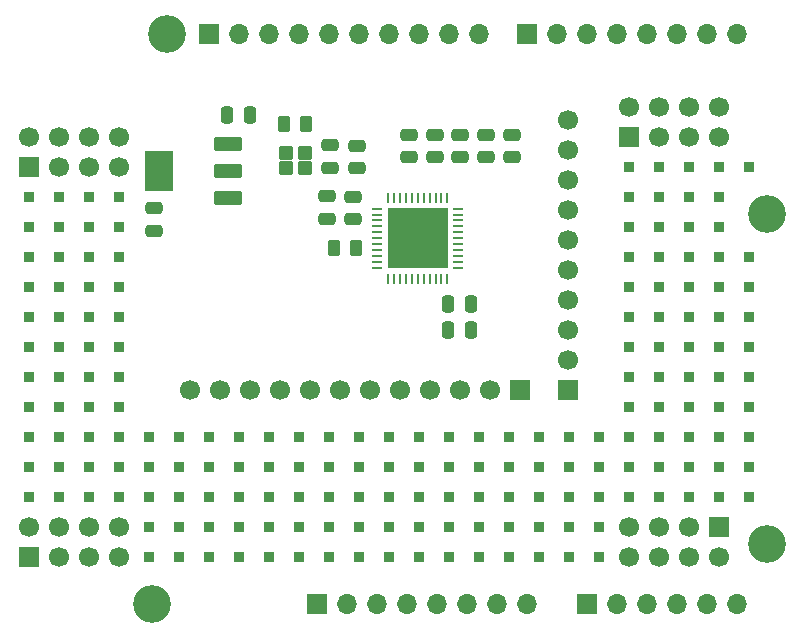
<source format=gbr>
%TF.GenerationSoftware,KiCad,Pcbnew,9.0.4*%
%TF.CreationDate,2025-10-19T02:38:57-06:00*%
%TF.ProjectId,2025_UNO_FPAA_PROTO_A_v1,32303235-5f55-44e4-9f5f-465041415f50,rev?*%
%TF.SameCoordinates,Original*%
%TF.FileFunction,Soldermask,Top*%
%TF.FilePolarity,Negative*%
%FSLAX46Y46*%
G04 Gerber Fmt 4.6, Leading zero omitted, Abs format (unit mm)*
G04 Created by KiCad (PCBNEW 9.0.4) date 2025-10-19 02:38:57*
%MOMM*%
%LPD*%
G01*
G04 APERTURE LIST*
G04 Aperture macros list*
%AMRoundRect*
0 Rectangle with rounded corners*
0 $1 Rounding radius*
0 $2 $3 $4 $5 $6 $7 $8 $9 X,Y pos of 4 corners*
0 Add a 4 corners polygon primitive as box body*
4,1,4,$2,$3,$4,$5,$6,$7,$8,$9,$2,$3,0*
0 Add four circle primitives for the rounded corners*
1,1,$1+$1,$2,$3*
1,1,$1+$1,$4,$5*
1,1,$1+$1,$6,$7*
1,1,$1+$1,$8,$9*
0 Add four rect primitives between the rounded corners*
20,1,$1+$1,$2,$3,$4,$5,0*
20,1,$1+$1,$4,$5,$6,$7,0*
20,1,$1+$1,$6,$7,$8,$9,0*
20,1,$1+$1,$8,$9,$2,$3,0*%
G04 Aperture macros list end*
%ADD10R,1.700000X1.700000*%
%ADD11O,1.700000X1.700000*%
%ADD12R,0.850000X0.850000*%
%ADD13RoundRect,0.250000X0.475000X-0.250000X0.475000X0.250000X-0.475000X0.250000X-0.475000X-0.250000X0*%
%ADD14C,1.700000*%
%ADD15RoundRect,0.250000X-0.250000X-0.475000X0.250000X-0.475000X0.250000X0.475000X-0.250000X0.475000X0*%
%ADD16RoundRect,0.102000X-0.500000X0.450000X-0.500000X-0.450000X0.500000X-0.450000X0.500000X0.450000X0*%
%ADD17RoundRect,0.062500X0.062500X-0.375000X0.062500X0.375000X-0.062500X0.375000X-0.062500X-0.375000X0*%
%ADD18RoundRect,0.062500X0.375000X-0.062500X0.375000X0.062500X-0.375000X0.062500X-0.375000X-0.062500X0*%
%ADD19R,5.150000X5.150000*%
%ADD20RoundRect,0.250000X-0.262500X-0.450000X0.262500X-0.450000X0.262500X0.450000X-0.262500X0.450000X0*%
%ADD21C,3.200000*%
%ADD22RoundRect,0.102000X1.075000X0.475000X-1.075000X0.475000X-1.075000X-0.475000X1.075000X-0.475000X0*%
%ADD23RoundRect,0.102000X1.075000X1.625000X-1.075000X1.625000X-1.075000X-1.625000X1.075000X-1.625000X0*%
%ADD24RoundRect,0.250000X0.262500X0.450000X-0.262500X0.450000X-0.262500X-0.450000X0.262500X-0.450000X0*%
%ADD25RoundRect,0.250000X-0.475000X0.250000X-0.475000X-0.250000X0.475000X-0.250000X0.475000X0.250000X0*%
G04 APERTURE END LIST*
D10*
%TO.C,J1*%
X127940000Y-97460000D03*
D11*
X130480000Y-97460000D03*
X133020000Y-97460000D03*
X135560000Y-97460000D03*
X138100000Y-97460000D03*
X140640000Y-97460000D03*
X143180000Y-97460000D03*
X145720000Y-97460000D03*
%TD*%
D10*
%TO.C,J3*%
X150800000Y-97460000D03*
D11*
X153340000Y-97460000D03*
X155880000Y-97460000D03*
X158420000Y-97460000D03*
X160960000Y-97460000D03*
X163500000Y-97460000D03*
%TD*%
D10*
%TO.C,J2*%
X118796000Y-49200000D03*
D11*
X121336000Y-49200000D03*
X123876000Y-49200000D03*
X126416000Y-49200000D03*
X128956000Y-49200000D03*
X131496000Y-49200000D03*
X134036000Y-49200000D03*
X136576000Y-49200000D03*
X139116000Y-49200000D03*
X141656000Y-49200000D03*
%TD*%
D10*
%TO.C,J4*%
X145720000Y-49200000D03*
D11*
X148260000Y-49200000D03*
X150800000Y-49200000D03*
X153340000Y-49200000D03*
X155880000Y-49200000D03*
X158420000Y-49200000D03*
X160960000Y-49200000D03*
X163500000Y-49200000D03*
%TD*%
D12*
%TO.C,REF\u002A\u002A203*%
X106140000Y-68060000D03*
%TD*%
%TO.C,REF\u002A\u002A197*%
X111220000Y-62980000D03*
%TD*%
%TO.C,REF\u002A\u002A183*%
X164560000Y-80760000D03*
%TD*%
D13*
%TO.C,C12*%
X131320000Y-60550000D03*
X131320000Y-58650000D03*
%TD*%
D12*
%TO.C,REF\u002A\u002A199*%
X106140000Y-65520000D03*
%TD*%
%TO.C,REF\u002A\u002A40*%
X139160000Y-85840000D03*
%TD*%
D13*
%TO.C,C8*%
X144450000Y-59640000D03*
X144450000Y-57740000D03*
%TD*%
D12*
%TO.C,REF\u002A\u002A5*%
X113760000Y-83300000D03*
%TD*%
%TO.C,REF\u002A\u002A181*%
X159480000Y-80760000D03*
%TD*%
%TO.C,REF\u002A\u002A42*%
X144240000Y-85840000D03*
%TD*%
%TO.C,REF\u002A\u002A174*%
X154400000Y-78220000D03*
%TD*%
%TO.C,REF\u002A\u002A87*%
X131540000Y-90920000D03*
%TD*%
%TO.C,REF\u002A\u002A74*%
X162020000Y-88380000D03*
%TD*%
%TO.C,REF\u002A\u002A95*%
X151860000Y-90920000D03*
%TD*%
%TO.C,REF\u002A\u002A156*%
X159480000Y-68060000D03*
%TD*%
%TO.C,REF\u002A\u002A225*%
X111220000Y-80760000D03*
%TD*%
%TO.C,REF\u002A\u002A222*%
X103600000Y-80760000D03*
%TD*%
D10*
%TO.C,J9*%
X162020000Y-90920000D03*
D14*
X162020000Y-93460000D03*
X159480000Y-90920000D03*
X159480000Y-93460000D03*
X156940000Y-90920000D03*
X156940000Y-93460000D03*
X154400000Y-90920000D03*
X154400000Y-93460000D03*
%TD*%
D12*
%TO.C,REF\u002A\u002A92*%
X144240000Y-90920000D03*
%TD*%
%TO.C,REF\u002A\u002A33*%
X121380000Y-85840000D03*
%TD*%
D15*
%TO.C,C4*%
X139090000Y-72110000D03*
X140990000Y-72110000D03*
%TD*%
D12*
%TO.C,REF\u002A\u002A66*%
X141700000Y-88380000D03*
%TD*%
%TO.C,REF\u002A\u002A28*%
X108680000Y-85840000D03*
%TD*%
%TO.C,REF\u002A\u002A119*%
X149320000Y-93460000D03*
%TD*%
%TO.C,REF\u002A\u002A142*%
X162020000Y-60440000D03*
%TD*%
%TO.C,REF\u002A\u002A64*%
X136620000Y-88380000D03*
%TD*%
%TO.C,REF\u002A\u002A44*%
X149320000Y-85840000D03*
%TD*%
%TO.C,REF\u002A\u002A152*%
X162020000Y-65520000D03*
%TD*%
%TO.C,REF\u002A\u002A93*%
X146780000Y-90920000D03*
%TD*%
%TO.C,REF\u002A\u002A13*%
X134080000Y-83300000D03*
%TD*%
%TO.C,REF\u002A\u002A29*%
X111220000Y-85840000D03*
%TD*%
D10*
%TO.C,J12*%
X145190000Y-79340000D03*
D14*
X142650000Y-79340000D03*
X140110000Y-79340000D03*
X137570000Y-79340000D03*
X135030000Y-79340000D03*
X132490000Y-79340000D03*
X129950000Y-79340000D03*
X127410000Y-79340000D03*
X124870000Y-79340000D03*
X122330000Y-79340000D03*
X119790000Y-79340000D03*
X117250000Y-79340000D03*
%TD*%
D12*
%TO.C,REF\u002A\u002A223*%
X106140000Y-80760000D03*
%TD*%
%TO.C,REF\u002A\u002A81*%
X116300000Y-90920000D03*
%TD*%
%TO.C,REF\u002A\u002A218*%
X103600000Y-78220000D03*
%TD*%
%TO.C,REF\u002A\u002A201*%
X111220000Y-65520000D03*
%TD*%
%TO.C,REF\u002A\u002A204*%
X108680000Y-68060000D03*
%TD*%
%TO.C,REF\u002A\u002A11*%
X129000000Y-83300000D03*
%TD*%
D15*
%TO.C,C9*%
X139090000Y-74240000D03*
X140990000Y-74240000D03*
%TD*%
D12*
%TO.C,REF\u002A\u002A151*%
X159480000Y-65520000D03*
%TD*%
D16*
%TO.C,Y2*%
X126945000Y-59315000D03*
X125320000Y-59315000D03*
X125320000Y-60540000D03*
X126945000Y-60540000D03*
%TD*%
D17*
%TO.C,U2*%
X134005000Y-69932500D03*
X134505000Y-69932500D03*
X135005000Y-69932500D03*
X135505000Y-69932500D03*
X136005000Y-69932500D03*
X136505000Y-69932500D03*
X137005000Y-69932500D03*
X137505000Y-69932500D03*
X138005000Y-69932500D03*
X138505000Y-69932500D03*
X139005000Y-69932500D03*
D18*
X139942500Y-68995000D03*
X139942500Y-68495000D03*
X139942500Y-67995000D03*
X139942500Y-67495000D03*
X139942500Y-66995000D03*
X139942500Y-66495000D03*
X139942500Y-65995000D03*
X139942500Y-65495000D03*
X139942500Y-64995000D03*
X139942500Y-64495000D03*
X139942500Y-63995000D03*
D17*
X139005000Y-63057500D03*
X138505000Y-63057500D03*
X138005000Y-63057500D03*
X137505000Y-63057500D03*
X137005000Y-63057500D03*
X136505000Y-63057500D03*
X136005000Y-63057500D03*
X135505000Y-63057500D03*
X135005000Y-63057500D03*
X134505000Y-63057500D03*
X134005000Y-63057500D03*
D18*
X133067500Y-63995000D03*
X133067500Y-64495000D03*
X133067500Y-64995000D03*
X133067500Y-65495000D03*
X133067500Y-65995000D03*
X133067500Y-66495000D03*
X133067500Y-66995000D03*
X133067500Y-67495000D03*
X133067500Y-67995000D03*
X133067500Y-68495000D03*
X133067500Y-68995000D03*
D19*
X136505000Y-66495000D03*
%TD*%
D12*
%TO.C,REF\u002A\u002A35*%
X126460000Y-85840000D03*
%TD*%
%TO.C,REF\u002A\u002A10*%
X126460000Y-83300000D03*
%TD*%
%TO.C,REF\u002A\u002A110*%
X126460000Y-93460000D03*
%TD*%
%TO.C,REF\u002A\u002A45*%
X151860000Y-85840000D03*
%TD*%
%TO.C,REF\u002A\u002A16*%
X141700000Y-83300000D03*
%TD*%
%TO.C,REF\u002A\u002A172*%
X162020000Y-75680000D03*
%TD*%
%TO.C,REF\u002A\u002A80*%
X113760000Y-90920000D03*
%TD*%
%TO.C,REF\u002A\u002A3*%
X108680000Y-83300000D03*
%TD*%
%TO.C,REF\u002A\u002A215*%
X106140000Y-75680000D03*
%TD*%
%TO.C,REF\u002A\u002A166*%
X159480000Y-73140000D03*
%TD*%
%TO.C,REF\u002A\u002A89*%
X136620000Y-90920000D03*
%TD*%
%TO.C,REF\u002A\u002A182*%
X162020000Y-80760000D03*
%TD*%
%TO.C,REF\u002A\u002A158*%
X164560000Y-68060000D03*
%TD*%
%TO.C,REF\u002A\u002A171*%
X159480000Y-75680000D03*
%TD*%
%TO.C,REF\u002A\u002A150*%
X156940000Y-65520000D03*
%TD*%
%TO.C,REF\u002A\u002A211*%
X106140000Y-73140000D03*
%TD*%
%TO.C,REF\u002A\u002A71*%
X154400000Y-88380000D03*
%TD*%
%TO.C,REF\u002A\u002A164*%
X154400000Y-73140000D03*
%TD*%
%TO.C,REF\u002A\u002A58*%
X121380000Y-88380000D03*
%TD*%
%TO.C,REF\u002A\u002A140*%
X156940000Y-60440000D03*
%TD*%
%TO.C,REF\u002A\u002A65*%
X139160000Y-88380000D03*
%TD*%
%TO.C,REF\u002A\u002A20*%
X151860000Y-83300000D03*
%TD*%
%TO.C,REF\u002A\u002A85*%
X126460000Y-90920000D03*
%TD*%
D13*
%TO.C,C14*%
X140050000Y-59660000D03*
X140050000Y-57760000D03*
%TD*%
D12*
%TO.C,REF\u002A\u002A105*%
X113760000Y-93460000D03*
%TD*%
%TO.C,REF\u002A\u002A118*%
X146780000Y-93460000D03*
%TD*%
%TO.C,REF\u002A\u002A7*%
X118840000Y-83300000D03*
%TD*%
%TO.C,REF\u002A\u002A159*%
X154400000Y-70600000D03*
%TD*%
%TO.C,REF\u002A\u002A68*%
X146780000Y-88380000D03*
%TD*%
%TO.C,REF\u002A\u002A6*%
X116300000Y-83300000D03*
%TD*%
%TO.C,REF\u002A\u002A75*%
X164560000Y-88380000D03*
%TD*%
%TO.C,REF\u002A\u002A162*%
X162020000Y-70600000D03*
%TD*%
D20*
%TO.C,R2*%
X125207500Y-56820000D03*
X127032500Y-56820000D03*
%TD*%
D12*
%TO.C,REF\u002A\u002A170*%
X156940000Y-75680000D03*
%TD*%
%TO.C,REF\u002A\u002A67*%
X144240000Y-88380000D03*
%TD*%
%TO.C,REF\u002A\u002A167*%
X162020000Y-73140000D03*
%TD*%
%TO.C,REF\u002A\u002A37*%
X131540000Y-85840000D03*
%TD*%
%TO.C,REF\u002A\u002A216*%
X108680000Y-75680000D03*
%TD*%
%TO.C,REF\u002A\u002A63*%
X134080000Y-88380000D03*
%TD*%
%TO.C,REF\u002A\u002A51*%
X103600000Y-88380000D03*
%TD*%
%TO.C,REF\u002A\u002A70*%
X151860000Y-88380000D03*
%TD*%
D21*
%TO.C,MH1*%
X115240000Y-49200000D03*
%TD*%
D12*
%TO.C,REF\u002A\u002A149*%
X154400000Y-65520000D03*
%TD*%
D13*
%TO.C,C5*%
X142290000Y-59640000D03*
X142290000Y-57740000D03*
%TD*%
D12*
%TO.C,REF\u002A\u002A14*%
X136620000Y-83300000D03*
%TD*%
%TO.C,REF\u002A\u002A177*%
X162020000Y-78220000D03*
%TD*%
D13*
%TO.C,C7*%
X131020000Y-64910000D03*
X131020000Y-63010000D03*
%TD*%
D12*
%TO.C,REF\u002A\u002A50*%
X164560000Y-85840000D03*
%TD*%
%TO.C,REF\u002A\u002A12*%
X131540000Y-83300000D03*
%TD*%
%TO.C,REF\u002A\u002A88*%
X134080000Y-90920000D03*
%TD*%
%TO.C,REF\u002A\u002A91*%
X141700000Y-90920000D03*
%TD*%
%TO.C,REF\u002A\u002A15*%
X139160000Y-83300000D03*
%TD*%
%TO.C,REF\u002A\u002A176*%
X159480000Y-78220000D03*
%TD*%
%TO.C,REF\u002A\u002A139*%
X154400000Y-60440000D03*
%TD*%
%TO.C,REF\u002A\u002A173*%
X164560000Y-75680000D03*
%TD*%
%TO.C,REF\u002A\u002A31*%
X116300000Y-85840000D03*
%TD*%
%TO.C,REF\u002A\u002A141*%
X159480000Y-60440000D03*
%TD*%
%TO.C,REF\u002A\u002A73*%
X159480000Y-88380000D03*
%TD*%
%TO.C,REF\u002A\u002A25*%
X164560000Y-83300000D03*
%TD*%
D22*
%TO.C,U3*%
X120430000Y-63130000D03*
X120430000Y-60830000D03*
X120430000Y-58530000D03*
D23*
X114630000Y-60830000D03*
%TD*%
D12*
%TO.C,REF\u002A\u002A38*%
X134080000Y-85840000D03*
%TD*%
%TO.C,REF\u002A\u002A17*%
X144240000Y-83300000D03*
%TD*%
D10*
%TO.C,J6*%
X103600000Y-60440000D03*
D14*
X103600000Y-57900000D03*
X106140000Y-60440000D03*
X106140000Y-57900000D03*
X108680000Y-60440000D03*
X108680000Y-57900000D03*
X111220000Y-60440000D03*
X111220000Y-57900000D03*
%TD*%
D12*
%TO.C,REF\u002A\u002A21*%
X154400000Y-83300000D03*
%TD*%
%TO.C,REF\u002A\u002A39*%
X136620000Y-85840000D03*
%TD*%
%TO.C,REF\u002A\u002A179*%
X154400000Y-80760000D03*
%TD*%
%TO.C,REF\u002A\u002A59*%
X123920000Y-88380000D03*
%TD*%
%TO.C,REF\u002A\u002A106*%
X116300000Y-93460000D03*
%TD*%
%TO.C,REF\u002A\u002A8*%
X121380000Y-83300000D03*
%TD*%
%TO.C,REF\u002A\u002A84*%
X123920000Y-90920000D03*
%TD*%
%TO.C,REF\u002A\u002A180*%
X156940000Y-80760000D03*
%TD*%
%TO.C,REF\u002A\u002A208*%
X108680000Y-70600000D03*
%TD*%
%TO.C,REF\u002A\u002A30*%
X113760000Y-85840000D03*
%TD*%
%TO.C,REF\u002A\u002A9*%
X123920000Y-83300000D03*
%TD*%
%TO.C,REF\u002A\u002A72*%
X156940000Y-88380000D03*
%TD*%
D13*
%TO.C,C11*%
X137930000Y-59660000D03*
X137930000Y-57760000D03*
%TD*%
D12*
%TO.C,REF\u002A\u002A114*%
X136620000Y-93460000D03*
%TD*%
%TO.C,REF\u002A\u002A109*%
X123920000Y-93460000D03*
%TD*%
%TO.C,REF\u002A\u002A115*%
X139160000Y-93460000D03*
%TD*%
%TO.C,REF\u002A\u002A198*%
X103600000Y-65520000D03*
%TD*%
%TO.C,REF\u002A\u002A60*%
X126460000Y-88380000D03*
%TD*%
%TO.C,REF\u002A\u002A2*%
X106140000Y-83300000D03*
%TD*%
%TO.C,REF\u002A\u002A18*%
X146780000Y-83300000D03*
%TD*%
%TO.C,REF\u002A\u002A213*%
X111220000Y-73140000D03*
%TD*%
%TO.C,REF\u002A\u002A224*%
X108680000Y-80760000D03*
%TD*%
%TO.C,REF\u002A\u002A61*%
X129000000Y-88380000D03*
%TD*%
%TO.C,REF\u002A\u002A147*%
X162020000Y-62980000D03*
%TD*%
%TO.C,REF\u002A\u002A117*%
X144240000Y-93460000D03*
%TD*%
%TO.C,REF\u002A\u002A189*%
X154400000Y-85840000D03*
%TD*%
%TO.C,REF\u002A\u002A83*%
X121380000Y-90920000D03*
%TD*%
%TO.C,REF\u002A\u002A23*%
X159480000Y-83300000D03*
%TD*%
%TO.C,REF\u002A\u002A214*%
X103600000Y-75680000D03*
%TD*%
D24*
%TO.C,R3*%
X131262500Y-67330000D03*
X129437500Y-67330000D03*
%TD*%
D12*
%TO.C,REF\u002A\u002A175*%
X156940000Y-78220000D03*
%TD*%
%TO.C,REF\u002A\u002A206*%
X103600000Y-70600000D03*
%TD*%
D10*
%TO.C,J7*%
X154400000Y-57900000D03*
D14*
X154400000Y-55360000D03*
X156940000Y-57900000D03*
X156940000Y-55360000D03*
X159480000Y-57900000D03*
X159480000Y-55360000D03*
X162020000Y-57900000D03*
X162020000Y-55360000D03*
%TD*%
D12*
%TO.C,REF\u002A\u002A108*%
X121380000Y-93460000D03*
%TD*%
%TO.C,REF\u002A\u002A86*%
X129000000Y-90920000D03*
%TD*%
%TO.C,REF\u002A\u002A32*%
X118840000Y-85840000D03*
%TD*%
%TO.C,REF\u002A\u002A41*%
X141700000Y-85840000D03*
%TD*%
%TO.C,REF\u002A\u002A82*%
X118840000Y-90920000D03*
%TD*%
%TO.C,REF\u002A\u002A4*%
X111220000Y-83300000D03*
%TD*%
%TO.C,REF\u002A\u002A161*%
X159480000Y-70600000D03*
%TD*%
%TO.C,REF\u002A\u002A111*%
X129000000Y-93460000D03*
%TD*%
%TO.C,REF\u002A\u002A34*%
X123920000Y-85840000D03*
%TD*%
%TO.C,REF\u002A\u002A194*%
X103600000Y-62980000D03*
%TD*%
%TO.C,REF\u002A\u002A196*%
X108680000Y-62980000D03*
%TD*%
%TO.C,REF\u002A\u002A112*%
X131540000Y-93460000D03*
%TD*%
%TO.C,REF\u002A\u002A217*%
X111220000Y-75680000D03*
%TD*%
%TO.C,REF\u002A\u002A26*%
X103600000Y-85840000D03*
%TD*%
%TO.C,REF\u002A\u002A94*%
X149320000Y-90920000D03*
%TD*%
%TO.C,REF\u002A\u002A209*%
X111220000Y-70600000D03*
%TD*%
%TO.C,REF\u002A\u002A157*%
X162020000Y-68060000D03*
%TD*%
D13*
%TO.C,C10*%
X135790000Y-59660000D03*
X135790000Y-57760000D03*
%TD*%
D12*
%TO.C,REF\u002A\u002A169*%
X154400000Y-75680000D03*
%TD*%
%TO.C,REF\u002A\u002A210*%
X103600000Y-73140000D03*
%TD*%
%TO.C,REF\u002A\u002A1*%
X103600000Y-83300000D03*
%TD*%
%TO.C,REF\u002A\u002A200*%
X108680000Y-65520000D03*
%TD*%
%TO.C,REF\u002A\u002A219*%
X106140000Y-78220000D03*
%TD*%
%TO.C,REF\u002A\u002A19*%
X149320000Y-83300000D03*
%TD*%
%TO.C,REF\u002A\u002A220*%
X108680000Y-78220000D03*
%TD*%
%TO.C,REF\u002A\u002A120*%
X151860000Y-93460000D03*
%TD*%
%TO.C,REF\u002A\u002A212*%
X108680000Y-73140000D03*
%TD*%
%TO.C,REF\u002A\u002A143*%
X164560000Y-60440000D03*
%TD*%
%TO.C,REF\u002A\u002A178*%
X164560000Y-78220000D03*
%TD*%
%TO.C,REF\u002A\u002A52*%
X106140000Y-88380000D03*
%TD*%
%TO.C,REF\u002A\u002A155*%
X156940000Y-68060000D03*
%TD*%
%TO.C,REF\u002A\u002A27*%
X106140000Y-85840000D03*
%TD*%
%TO.C,REF\u002A\u002A144*%
X154400000Y-62980000D03*
%TD*%
%TO.C,REF\u002A\u002A116*%
X141700000Y-93460000D03*
%TD*%
%TO.C,REF\u002A\u002A205*%
X111220000Y-68060000D03*
%TD*%
%TO.C,REF\u002A\u002A160*%
X156940000Y-70600000D03*
%TD*%
D10*
%TO.C,J5*%
X149240000Y-79330000D03*
D14*
X149240000Y-76790000D03*
X149240000Y-74250000D03*
X149240000Y-71710000D03*
X149240000Y-69170000D03*
X149240000Y-66630000D03*
X149240000Y-64090000D03*
X149240000Y-61550000D03*
X149240000Y-59010000D03*
X149240000Y-56470000D03*
%TD*%
D12*
%TO.C,REF\u002A\u002A163*%
X164560000Y-70600000D03*
%TD*%
%TO.C,REF\u002A\u002A24*%
X162020000Y-83300000D03*
%TD*%
%TO.C,REF\u002A\u002A145*%
X156940000Y-62980000D03*
%TD*%
%TO.C,REF\u002A\u002A221*%
X111220000Y-78220000D03*
%TD*%
%TO.C,REF\u002A\u002A22*%
X156940000Y-83300000D03*
%TD*%
D10*
%TO.C,J8*%
X103600000Y-93460000D03*
D14*
X103600000Y-90920000D03*
X106140000Y-93460000D03*
X106140000Y-90920000D03*
X108680000Y-93460000D03*
X108680000Y-90920000D03*
X111220000Y-93460000D03*
X111220000Y-90920000D03*
%TD*%
D12*
%TO.C,REF\u002A\u002A62*%
X131540000Y-88380000D03*
%TD*%
%TO.C,REF\u002A\u002A113*%
X134080000Y-93460000D03*
%TD*%
%TO.C,REF\u002A\u002A202*%
X103600000Y-68060000D03*
%TD*%
%TO.C,REF\u002A\u002A165*%
X156940000Y-73140000D03*
%TD*%
D21*
%TO.C,MH2*%
X113970000Y-97460000D03*
%TD*%
D12*
%TO.C,REF\u002A\u002A168*%
X164560000Y-73140000D03*
%TD*%
%TO.C,REF\u002A\u002A54*%
X111220000Y-88380000D03*
%TD*%
%TO.C,REF\u002A\u002A107*%
X118840000Y-93460000D03*
%TD*%
%TO.C,REF\u002A\u002A56*%
X116300000Y-88380000D03*
%TD*%
D13*
%TO.C,C6*%
X128830000Y-64860000D03*
X128830000Y-62960000D03*
%TD*%
D12*
%TO.C,REF\u002A\u002A69*%
X149320000Y-88380000D03*
%TD*%
D21*
%TO.C,MH3*%
X166040000Y-64440000D03*
%TD*%
D12*
%TO.C,REF\u002A\u002A48*%
X159480000Y-85840000D03*
%TD*%
D21*
%TO.C,MH4*%
X166040000Y-92380000D03*
%TD*%
D12*
%TO.C,REF\u002A\u002A43*%
X146780000Y-85840000D03*
%TD*%
D13*
%TO.C,C13*%
X129070000Y-60520000D03*
X129070000Y-58620000D03*
%TD*%
D12*
%TO.C,REF\u002A\u002A195*%
X106140000Y-62980000D03*
%TD*%
D25*
%TO.C,C2*%
X114190000Y-63950000D03*
X114190000Y-65850000D03*
%TD*%
D12*
%TO.C,REF\u002A\u002A36*%
X129000000Y-85840000D03*
%TD*%
%TO.C,REF\u002A\u002A53*%
X108680000Y-88380000D03*
%TD*%
%TO.C,REF\u002A\u002A57*%
X118840000Y-88380000D03*
%TD*%
%TO.C,REF\u002A\u002A55*%
X113760000Y-88380000D03*
%TD*%
%TO.C,REF\u002A\u002A90*%
X139160000Y-90920000D03*
%TD*%
%TO.C,REF\u002A\u002A154*%
X154400000Y-68060000D03*
%TD*%
D15*
%TO.C,C1*%
X120355000Y-56100000D03*
X122255000Y-56100000D03*
%TD*%
D12*
%TO.C,REF\u002A\u002A49*%
X162020000Y-85840000D03*
%TD*%
%TO.C,REF\u002A\u002A146*%
X159480000Y-62980000D03*
%TD*%
%TO.C,REF\u002A\u002A207*%
X106140000Y-70600000D03*
%TD*%
%TO.C,REF\u002A\u002A47*%
X156940000Y-85840000D03*
%TD*%
M02*

</source>
